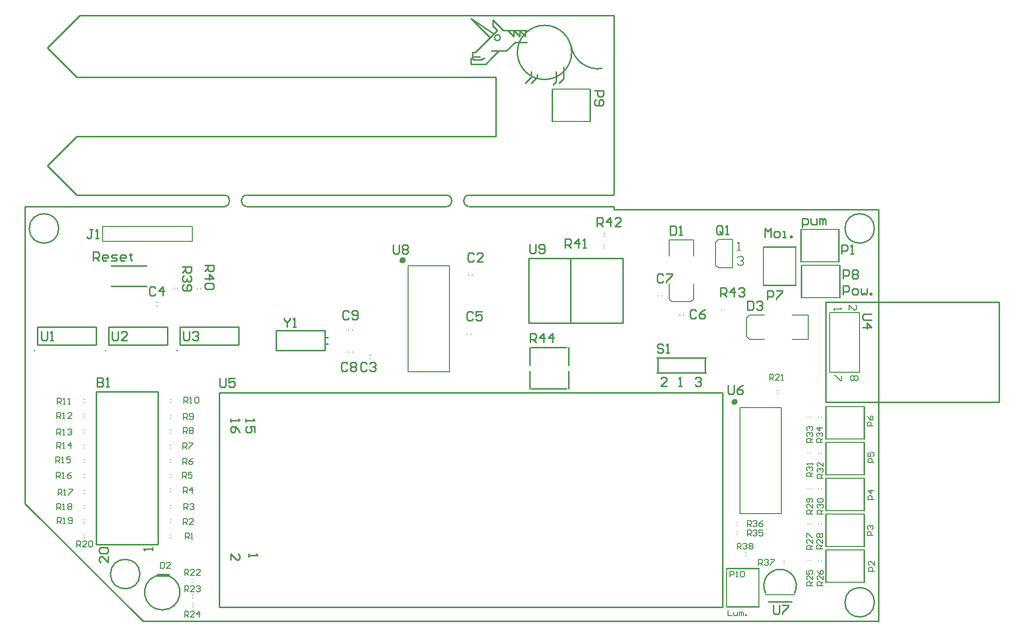
<source format=gto>
%FSLAX25Y25*%
%MOIN*%
G70*
G01*
G75*
G04 Layer_Color=65535*
%ADD10R,0.12992X0.09449*%
%ADD11R,0.02362X0.06102*%
%ADD12R,0.03937X0.04331*%
%ADD13R,0.04331X0.03937*%
%ADD14R,0.07874X0.02362*%
%ADD15R,0.24016X0.40000*%
%ADD16R,0.09449X0.12992*%
%ADD17R,0.11811X0.09055*%
%ADD18R,0.07874X0.02756*%
%ADD19C,0.01000*%
%ADD20C,0.05906*%
%ADD21C,0.27559*%
%ADD22C,0.01575*%
%ADD23C,0.01969*%
%ADD24C,0.02756*%
%ADD25C,0.03937*%
%ADD26C,0.07874*%
%ADD27C,0.06299*%
%ADD28R,0.06299X0.06299*%
%ADD29O,0.07874X0.04331*%
%ADD30O,0.03937X0.07874*%
%ADD31C,0.05906*%
%ADD32R,0.05906X0.05906*%
%ADD33C,0.01969*%
%ADD34C,0.04724*%
%ADD35C,0.09843*%
%ADD36R,0.06299X0.06299*%
%ADD37R,0.05906X0.05906*%
%ADD38O,0.07874X0.03937*%
%ADD39O,0.07874X0.03937*%
%ADD40C,0.08661*%
%ADD41C,0.07087*%
%ADD42O,0.05906X0.02953*%
%ADD43C,0.05000*%
%ADD44C,0.03543*%
%ADD45C,0.02756*%
%ADD46C,0.06693*%
%ADD47C,0.00787*%
%ADD48C,0.00394*%
%ADD49C,0.00800*%
%ADD50C,0.00591*%
D19*
X87125Y30164D02*
G03*
X96312Y30182I4614J-10872D01*
G01*
X514764Y18898D02*
G03*
X495276Y18898I-9744J4860D01*
G01*
X365158Y385827D02*
G03*
X385827Y370079I18209J2461D01*
G01*
X365590Y380906D02*
G03*
X365590Y380906I-18149J0D01*
G01*
X317913Y390748D02*
G03*
X317913Y390748I-1969J0D01*
G01*
X6319Y181102D02*
G03*
X6319Y181102I-20J0D01*
G01*
X53957Y181102D02*
G03*
X53957Y181102I-20J0D01*
G01*
X101594D02*
G03*
X101594Y181102I-20J0D01*
G01*
X76772Y31496D02*
G03*
X76772Y31496I-9843J0D01*
G01*
X22441Y262992D02*
G03*
X22441Y262992I-9843J0D01*
G01*
X568110D02*
G03*
X568110Y262992I-9843J0D01*
G01*
Y12598D02*
G03*
X568110Y12598I-9843J0D01*
G01*
X377953Y334646D02*
Y356299D01*
X352362Y334646D02*
Y356299D01*
X87125Y30209D02*
X96312D01*
X88189Y31496D02*
X96063D01*
X497244Y12992D02*
X512992D01*
X298228Y403543D02*
X313673Y393247D01*
X298228Y403543D02*
X311024Y390748D01*
Y390748D02*
Y390748D01*
X651575Y146555D02*
Y213583D01*
X535433D02*
X651575D01*
X535433Y146555D02*
Y213583D01*
Y146555D02*
X651575D01*
X338583Y360236D02*
X342520Y364173D01*
Y366142D01*
X334646Y360236D02*
X338583Y364173D01*
Y368110D01*
X357283Y360236D02*
X360236Y363189D01*
Y371063D01*
X353346Y359252D02*
X355315Y361221D01*
Y368110D01*
X316929Y381890D02*
X321850D01*
X312008D02*
X316929D01*
X312008Y376969D02*
X316929Y381890D01*
X327756Y387795D02*
X335630D01*
X321850Y381890D02*
X327756Y387795D01*
X306102Y376969D02*
X307087D01*
X305118Y375984D02*
X306102Y376969D01*
X300197Y375984D02*
X305118D01*
X299213Y376969D02*
X300197Y375984D01*
X298228Y376969D02*
X299213D01*
X298228Y373031D02*
Y376969D01*
X308071Y373031D02*
X312008Y376969D01*
X298228Y373031D02*
X308071D01*
X334646Y391732D02*
Y395669D01*
X330709D02*
X334646Y391732D01*
X330709D02*
Y395669D01*
X326772D02*
X330709Y391732D01*
X326772D02*
Y395669D01*
X322835D02*
X326772Y391732D01*
X312008Y376969D02*
Y376969D01*
X299213Y377953D02*
X304134D01*
X299213D02*
Y380906D01*
X301181D01*
X315945Y395669D01*
X312992Y398622D02*
X315945Y395669D01*
X312992Y398622D02*
Y402559D01*
X319882Y395669D02*
X324803D01*
X312992Y402559D02*
X319882Y395669D01*
X324803D02*
X335630D01*
X8268Y196850D02*
X47638D01*
Y185039D02*
Y196850D01*
X8268Y185039D02*
X47638D01*
X8268D02*
Y196850D01*
X55905Y196850D02*
X95276D01*
Y185039D02*
Y196850D01*
X55905Y185039D02*
X95276D01*
X55905D02*
Y196850D01*
X103543D02*
X142913D01*
Y185039D02*
Y196850D01*
X103543Y185039D02*
X142913D01*
X103543D02*
Y196850D01*
X337402Y155610D02*
Y167323D01*
X363386Y155512D02*
Y167323D01*
X337402Y171260D02*
Y183169D01*
X363386Y171260D02*
Y183169D01*
X338583Y155610D02*
X362205D01*
X338583Y183169D02*
X362205D01*
X544685Y216535D02*
Y238189D01*
X519095Y216535D02*
Y238189D01*
X544291Y240551D02*
Y262205D01*
X518701Y240551D02*
Y262205D01*
X493701Y250591D02*
X515354D01*
X493701Y225000D02*
X515354D01*
X469291Y9646D02*
X490945D01*
X469291Y35236D02*
X490945D01*
X561221Y50000D02*
Y71653D01*
X535630Y50000D02*
Y71653D01*
X561221Y25984D02*
Y47638D01*
X535630Y25984D02*
Y47638D01*
X561221Y74016D02*
Y95669D01*
X535630Y74016D02*
Y95669D01*
X561221Y98032D02*
Y119685D01*
X535630Y98032D02*
Y119685D01*
X561221Y122047D02*
Y143701D01*
X535630Y122047D02*
Y143701D01*
X399764Y199606D02*
Y242913D01*
X337008D02*
X399764D01*
X337008Y199606D02*
X399764D01*
X337008D02*
Y242913D01*
X364764Y199606D02*
Y242913D01*
X422402Y166339D02*
X455551D01*
X423228D02*
Y176181D01*
X422402D02*
X455551D01*
X454724Y166339D02*
Y176181D01*
X57480Y237992D02*
X81102D01*
X57480Y224213D02*
X81102D01*
X466378Y9449D02*
Y153150D01*
X129764D02*
X466378D01*
X129764Y9449D02*
X466378D01*
X129764Y9449D02*
Y153150D01*
X47638Y51181D02*
X88976D01*
X47638D02*
Y153543D01*
X88976D01*
Y51181D02*
Y153543D01*
X167717Y181299D02*
Y194685D01*
X200394Y189961D02*
X202362D01*
X200394Y185787D02*
X202362D01*
X167913Y181299D02*
X200394D01*
X167913Y194685D02*
X200394D01*
Y184646D02*
Y191339D01*
Y181299D02*
Y184646D01*
Y191339D02*
Y194685D01*
X470300Y157998D02*
Y153000D01*
X471300Y152000D01*
X473299D01*
X474299Y153000D01*
Y157998D01*
X480297D02*
X478297Y156998D01*
X476298Y154999D01*
Y153000D01*
X477298Y152000D01*
X479297D01*
X480297Y153000D01*
Y153999D01*
X479297Y154999D01*
X476298D01*
X337900Y186700D02*
Y192698D01*
X340899D01*
X341899Y191698D01*
Y189699D01*
X340899Y188699D01*
X337900D01*
X339899D02*
X341899Y186700D01*
X346897D02*
Y192698D01*
X343898Y189699D01*
X347897D01*
X352895Y186700D02*
Y192698D01*
X349896Y189699D01*
X353895D01*
X566037Y205709D02*
X561039D01*
X560039Y204709D01*
Y202710D01*
X561039Y201710D01*
X566037D01*
X560039Y196712D02*
X566037D01*
X563038Y199711D01*
Y195712D01*
X173228Y202849D02*
Y201849D01*
X175228Y199849D01*
X177227Y201849D01*
Y202849D01*
X175228Y199849D02*
Y196850D01*
X179226D02*
X181226D01*
X180226D01*
Y202849D01*
X179226Y201849D01*
X337500Y252398D02*
Y247400D01*
X338500Y246400D01*
X340499D01*
X341499Y247400D01*
Y252398D01*
X343498Y247400D02*
X344498Y246400D01*
X346497D01*
X347497Y247400D01*
Y251398D01*
X346497Y252398D01*
X344498D01*
X343498Y251398D01*
Y250399D01*
X344498Y249399D01*
X347497D01*
X246063Y252061D02*
Y247063D01*
X247063Y246063D01*
X249062D01*
X250062Y247063D01*
Y252061D01*
X252061Y251061D02*
X253061Y252061D01*
X255060D01*
X256060Y251061D01*
Y250062D01*
X255060Y249062D01*
X256060Y248062D01*
Y247063D01*
X255060Y246063D01*
X253061D01*
X252061Y247063D01*
Y248062D01*
X253061Y249062D01*
X252061Y250062D01*
Y251061D01*
X253061Y249062D02*
X255060D01*
X500394Y10723D02*
Y5724D01*
X501393Y4724D01*
X503393D01*
X504392Y5724D01*
Y10723D01*
X506392D02*
X510391D01*
Y9723D01*
X506392Y5724D01*
Y4724D01*
X130300Y162598D02*
Y157600D01*
X131300Y156600D01*
X133299D01*
X134299Y157600D01*
Y162598D01*
X140297D02*
X136298D01*
Y159599D01*
X138297Y160599D01*
X139297D01*
X140297Y159599D01*
Y157600D01*
X139297Y156600D01*
X137298D01*
X136298Y157600D01*
X105709Y193990D02*
Y188992D01*
X106708Y187992D01*
X108708D01*
X109707Y188992D01*
Y193990D01*
X111707Y192991D02*
X112706Y193990D01*
X114706D01*
X115705Y192991D01*
Y191991D01*
X114706Y190991D01*
X113706D01*
X114706D01*
X115705Y189991D01*
Y188992D01*
X114706Y187992D01*
X112706D01*
X111707Y188992D01*
X58071Y193990D02*
Y188992D01*
X59071Y187992D01*
X61070D01*
X62070Y188992D01*
Y193990D01*
X68068Y187992D02*
X64069D01*
X68068Y191991D01*
Y192991D01*
X67068Y193990D01*
X65069D01*
X64069Y192991D01*
X10827Y193990D02*
Y188992D01*
X11826Y187992D01*
X13826D01*
X14826Y188992D01*
Y193990D01*
X16825Y187992D02*
X18824D01*
X17824D01*
Y193990D01*
X16825Y192991D01*
X426899Y184698D02*
X425899Y185698D01*
X423900D01*
X422900Y184698D01*
Y183699D01*
X423900Y182699D01*
X425899D01*
X426899Y181699D01*
Y180700D01*
X425899Y179700D01*
X423900D01*
X422900Y180700D01*
X428898Y179700D02*
X430897D01*
X429898D01*
Y185698D01*
X428898Y184698D01*
X45500Y241500D02*
Y247498D01*
X48499D01*
X49499Y246498D01*
Y244499D01*
X48499Y243499D01*
X45500D01*
X47499D02*
X49499Y241500D01*
X54497D02*
X52498D01*
X51498Y242500D01*
Y244499D01*
X52498Y245499D01*
X54497D01*
X55497Y244499D01*
Y243499D01*
X51498D01*
X57496Y241500D02*
X60495D01*
X61495Y242500D01*
X60495Y243499D01*
X58496D01*
X57496Y244499D01*
X58496Y245499D01*
X61495D01*
X66493Y241500D02*
X64494D01*
X63494Y242500D01*
Y244499D01*
X64494Y245499D01*
X66493D01*
X67493Y244499D01*
Y243499D01*
X63494D01*
X70492Y246498D02*
Y245499D01*
X69492D01*
X71492D01*
X70492D01*
Y242500D01*
X71492Y241500D01*
X465200Y217400D02*
Y223398D01*
X468199D01*
X469199Y222398D01*
Y220399D01*
X468199Y219399D01*
X465200D01*
X467199D02*
X469199Y217400D01*
X474197D02*
Y223398D01*
X471198Y220399D01*
X475197D01*
X477196Y222398D02*
X478196Y223398D01*
X480195D01*
X481195Y222398D01*
Y221399D01*
X480195Y220399D01*
X479195D01*
X480195D01*
X481195Y219399D01*
Y218400D01*
X480195Y217400D01*
X478196D01*
X477196Y218400D01*
X382500Y264200D02*
Y270198D01*
X385499D01*
X386499Y269198D01*
Y267199D01*
X385499Y266199D01*
X382500D01*
X384499D02*
X386499Y264200D01*
X391497D02*
Y270198D01*
X388498Y267199D01*
X392497D01*
X398495Y264200D02*
X394496D01*
X398495Y268199D01*
Y269198D01*
X397495Y270198D01*
X395496D01*
X394496Y269198D01*
X361221Y250000D02*
Y255998D01*
X364219D01*
X365219Y254998D01*
Y252999D01*
X364219Y251999D01*
X361221D01*
X363220D02*
X365219Y250000D01*
X370218D02*
Y255998D01*
X367218Y252999D01*
X371217D01*
X373217Y250000D02*
X375216D01*
X374216D01*
Y255998D01*
X373217Y254998D01*
X120079Y238189D02*
X126077D01*
Y235190D01*
X125077Y234190D01*
X123078D01*
X122078Y235190D01*
Y238189D01*
Y236190D02*
X120079Y234190D01*
Y229192D02*
X126077D01*
X123078Y232191D01*
Y228192D01*
X125077Y226193D02*
X126077Y225193D01*
Y223194D01*
X125077Y222194D01*
X121078D01*
X120079Y223194D01*
Y225193D01*
X121078Y226193D01*
X125077D01*
X105315Y237205D02*
X111313D01*
Y234206D01*
X110313Y233206D01*
X108314D01*
X107314Y234206D01*
Y237205D01*
Y235205D02*
X105315Y233206D01*
X110313Y231207D02*
X111313Y230207D01*
Y228208D01*
X110313Y227208D01*
X109314D01*
X108314Y228208D01*
Y229207D01*
Y228208D01*
X107314Y227208D01*
X106315D01*
X105315Y228208D01*
Y230207D01*
X106315Y231207D01*
Y225209D02*
X105315Y224209D01*
Y222210D01*
X106315Y221210D01*
X110313D01*
X111313Y222210D01*
Y224209D01*
X110313Y225209D01*
X109314D01*
X108314Y224209D01*
Y221210D01*
X466599Y259900D02*
Y263898D01*
X465599Y264898D01*
X463600D01*
X462600Y263898D01*
Y259900D01*
X463600Y258900D01*
X465599D01*
X464599Y260899D02*
X466599Y258900D01*
X465599D02*
X466599Y259900D01*
X468598Y258900D02*
X470597D01*
X469598D01*
Y264898D01*
X468598Y263898D01*
X380906Y355315D02*
X386904D01*
Y352316D01*
X385904Y351316D01*
X383905D01*
X382905Y352316D01*
Y355315D01*
X381905Y349317D02*
X380906Y348317D01*
Y346318D01*
X381905Y345318D01*
X385904D01*
X386904Y346318D01*
Y348317D01*
X385904Y349317D01*
X384904D01*
X383905Y348317D01*
Y345318D01*
X547244Y229331D02*
Y235329D01*
X550243D01*
X551243Y234329D01*
Y232330D01*
X550243Y231330D01*
X547244D01*
X553242Y234329D02*
X554242Y235329D01*
X556241D01*
X557241Y234329D01*
Y233329D01*
X556241Y232330D01*
X557241Y231330D01*
Y230330D01*
X556241Y229331D01*
X554242D01*
X553242Y230330D01*
Y231330D01*
X554242Y232330D01*
X553242Y233329D01*
Y234329D01*
X554242Y232330D02*
X556241D01*
X496457Y215354D02*
Y221352D01*
X499456D01*
X500455Y220353D01*
Y218353D01*
X499456Y217354D01*
X496457D01*
X502455Y221352D02*
X506454D01*
Y220353D01*
X502455Y216354D01*
Y215354D01*
X546260Y246063D02*
Y252061D01*
X549259D01*
X550259Y251061D01*
Y249062D01*
X549259Y248062D01*
X546260D01*
X552258Y246063D02*
X554257D01*
X553258D01*
Y252061D01*
X552258Y251061D01*
X45337Y262297D02*
X43338D01*
X44338D01*
Y257299D01*
X43338Y256299D01*
X42338D01*
X41339Y257299D01*
X47337Y256299D02*
X49336D01*
X48336D01*
Y262297D01*
X47337Y261298D01*
X483200Y214298D02*
Y208300D01*
X486199D01*
X487199Y209300D01*
Y213298D01*
X486199Y214298D01*
X483200D01*
X489198Y213298D02*
X490198Y214298D01*
X492197D01*
X493197Y213298D01*
Y212299D01*
X492197Y211299D01*
X491197D01*
X492197D01*
X493197Y210299D01*
Y209300D01*
X492197Y208300D01*
X490198D01*
X489198Y209300D01*
X431500Y264598D02*
Y258600D01*
X434499D01*
X435499Y259600D01*
Y263598D01*
X434499Y264598D01*
X431500D01*
X437498Y258600D02*
X439497D01*
X438498D01*
Y264598D01*
X437498Y263598D01*
X216400Y207164D02*
X215401Y208163D01*
X213401D01*
X212402Y207164D01*
Y203165D01*
X213401Y202165D01*
X215401D01*
X216400Y203165D01*
X218400D02*
X219399Y202165D01*
X221399D01*
X222398Y203165D01*
Y207164D01*
X221399Y208163D01*
X219399D01*
X218400Y207164D01*
Y206164D01*
X219399Y205164D01*
X222398D01*
X215613Y172321D02*
X214613Y173321D01*
X212614D01*
X211614Y172321D01*
Y168323D01*
X212614Y167323D01*
X214613D01*
X215613Y168323D01*
X217612Y172321D02*
X218612Y173321D01*
X220611D01*
X221611Y172321D01*
Y171321D01*
X220611Y170322D01*
X221611Y169322D01*
Y168323D01*
X220611Y167323D01*
X218612D01*
X217612Y168323D01*
Y169322D01*
X218612Y170322D01*
X217612Y171321D01*
Y172321D01*
X218612Y170322D02*
X220611D01*
X426799Y231798D02*
X425799Y232798D01*
X423800D01*
X422800Y231798D01*
Y227800D01*
X423800Y226800D01*
X425799D01*
X426799Y227800D01*
X428798Y232798D02*
X432797D01*
Y231798D01*
X428798Y227800D01*
Y226800D01*
X448881Y207754D02*
X447881Y208754D01*
X445882D01*
X444882Y207754D01*
Y203756D01*
X445882Y202756D01*
X447881D01*
X448881Y203756D01*
X454879Y208754D02*
X452879Y207754D01*
X450880Y205755D01*
Y203756D01*
X451880Y202756D01*
X453879D01*
X454879Y203756D01*
Y204755D01*
X453879Y205755D01*
X450880D01*
X299499Y206198D02*
X298499Y207198D01*
X296500D01*
X295500Y206198D01*
Y202200D01*
X296500Y201200D01*
X298499D01*
X299499Y202200D01*
X305497Y207198D02*
X301498D01*
Y204199D01*
X303497Y205199D01*
X304497D01*
X305497Y204199D01*
Y202200D01*
X304497Y201200D01*
X302498D01*
X301498Y202200D01*
X87099Y222998D02*
X86099Y223998D01*
X84100D01*
X83100Y222998D01*
Y219000D01*
X84100Y218000D01*
X86099D01*
X87099Y219000D01*
X92097Y218000D02*
Y223998D01*
X89098Y220999D01*
X93097D01*
X228408Y172321D02*
X227409Y173321D01*
X225409D01*
X224410Y172321D01*
Y168323D01*
X225409Y167323D01*
X227409D01*
X228408Y168323D01*
X230408Y172321D02*
X231407Y173321D01*
X233406D01*
X234406Y172321D01*
Y171321D01*
X233406Y170322D01*
X232407D01*
X233406D01*
X234406Y169322D01*
Y168323D01*
X233406Y167323D01*
X231407D01*
X230408Y168323D01*
X300299Y245598D02*
X299299Y246598D01*
X297300D01*
X296300Y245598D01*
Y241600D01*
X297300Y240600D01*
X299299D01*
X300299Y241600D01*
X306297Y240600D02*
X302298D01*
X306297Y244599D01*
Y245598D01*
X305297Y246598D01*
X303298D01*
X302298Y245598D01*
X48100Y162998D02*
Y157000D01*
X51099D01*
X52099Y158000D01*
Y158999D01*
X51099Y159999D01*
X48100D01*
X51099D01*
X52099Y160999D01*
Y161998D01*
X51099Y162998D01*
X48100D01*
X54098Y157000D02*
X56097D01*
X55098D01*
Y162998D01*
X54098Y161998D01*
X547244Y218504D02*
Y224502D01*
X550243D01*
X551243Y223502D01*
Y221503D01*
X550243Y220503D01*
X547244D01*
X554242Y218504D02*
X556241D01*
X557241Y219504D01*
Y221503D01*
X556241Y222503D01*
X554242D01*
X553242Y221503D01*
Y219504D01*
X554242Y218504D01*
X559240Y222503D02*
Y219504D01*
X560240Y218504D01*
X561240Y219504D01*
X562239Y218504D01*
X563239Y219504D01*
Y222503D01*
X565238Y218504D02*
Y219504D01*
X566238D01*
Y218504D01*
X565238D01*
X519685Y263749D02*
Y269747D01*
X522684D01*
X523684Y268747D01*
Y266748D01*
X522684Y265748D01*
X519685D01*
X525683Y269747D02*
Y266748D01*
X526683Y265748D01*
X529682D01*
Y269747D01*
X531681Y265748D02*
Y269747D01*
X532681D01*
X533680Y268747D01*
Y265748D01*
Y268747D01*
X534680Y269747D01*
X535680Y268747D01*
Y265748D01*
X494882Y257087D02*
Y263085D01*
X496881Y261085D01*
X498881Y263085D01*
Y257087D01*
X501880D02*
X503879D01*
X504879Y258086D01*
Y260086D01*
X503879Y261085D01*
X501880D01*
X500880Y260086D01*
Y258086D01*
X501880Y257087D01*
X506878D02*
X508877D01*
X507878D01*
Y261085D01*
X506878D01*
X511876Y257087D02*
Y258086D01*
X512876D01*
Y257087D01*
X511876D01*
X429196Y157480D02*
X425197D01*
X429196Y161479D01*
Y162479D01*
X428196Y163478D01*
X426196D01*
X425197Y162479D01*
X437193Y157480D02*
X439192D01*
X438193D01*
Y163478D01*
X437193Y162479D01*
X448189D02*
X449189Y163478D01*
X451188D01*
X452188Y162479D01*
Y161479D01*
X451188Y160479D01*
X450189D01*
X451188D01*
X452188Y159480D01*
Y158480D01*
X451188Y157480D01*
X449189D01*
X448189Y158480D01*
X149449Y44882D02*
Y42882D01*
Y43882D01*
X155447D01*
X154447Y44882D01*
X137638Y40883D02*
Y44882D01*
X141637Y40883D01*
X142636D01*
X143636Y41883D01*
Y43882D01*
X142636Y44882D01*
X147480Y135433D02*
Y133434D01*
Y134433D01*
X153478D01*
X152479Y135433D01*
X153478Y126436D02*
Y130435D01*
X150479D01*
X151479Y128435D01*
Y127436D01*
X150479Y126436D01*
X148480D01*
X147480Y127436D01*
Y129435D01*
X148480Y130435D01*
X137638Y135433D02*
Y133434D01*
Y134433D01*
X143636D01*
X142636Y135433D01*
X143636Y126436D02*
X142636Y128435D01*
X140637Y130435D01*
X138637D01*
X137638Y129435D01*
Y127436D01*
X138637Y126436D01*
X139637D01*
X140637Y127436D01*
Y130435D01*
X85039Y47244D02*
Y49243D01*
Y48244D01*
X79041D01*
X80041Y47244D01*
X55512Y43369D02*
Y39370D01*
X51513Y43369D01*
X50513D01*
X49514Y42369D01*
Y40370D01*
X50513Y39370D01*
Y45368D02*
X49514Y46368D01*
Y48367D01*
X50513Y49367D01*
X54512D01*
X55512Y48367D01*
Y46368D01*
X54512Y45368D01*
X50513D01*
X133388Y277593D02*
G03*
X133893Y285299I-514J3903D01*
G01*
X148108Y285399D02*
G03*
X147603Y277693I514J-3903D01*
G01*
X296764Y285399D02*
G03*
X296259Y277693I514J-3903D01*
G01*
X282044Y277593D02*
G03*
X282549Y285299I-514J3903D01*
G01*
X-0Y78740D02*
Y277559D01*
Y78740D02*
X78740Y0D01*
X570866D01*
Y275590D01*
X570866Y275590D02*
X570866Y275590D01*
X393701Y275590D02*
X570866D01*
X393701D02*
Y277559D01*
X393667Y277593D02*
X393701Y277559D01*
X296730Y277593D02*
X393667D01*
X296730Y285399D02*
X393667D01*
X393701Y285433D01*
Y405512D01*
X36417D02*
X393701D01*
X14764Y383858D02*
X36417Y405512D01*
X14764Y383858D02*
X34449Y364173D01*
X314961D01*
Y324803D02*
Y364173D01*
X34449Y324803D02*
X314961D01*
X14764Y305118D02*
X34449Y324803D01*
X14764Y305118D02*
X34449Y285433D01*
X133800D01*
X34Y277593D02*
X133388D01*
X-0Y277559D02*
X34Y277593D01*
X148108Y285399D02*
X282456D01*
X148108Y277593D02*
X282010D01*
D25*
X474606Y146850D02*
G03*
X474606Y146850I-197J0D01*
G01*
X252559Y241732D02*
G03*
X252559Y241732I-197J0D01*
G01*
D47*
X352362Y334646D02*
X377953D01*
X352362Y356299D02*
X377953D01*
X495276Y17539D02*
X514764D01*
X538307Y166772D02*
Y206772D01*
X558307Y166772D02*
Y206772D01*
X538307D02*
X558307D01*
X538307Y166772D02*
X558307D01*
X478346Y71988D02*
Y143091D01*
X505905Y71988D02*
Y143091D01*
X478346D02*
X505905D01*
X478346Y72047D02*
X505905Y71988D01*
X519095Y216535D02*
X544685D01*
X519095Y238189D02*
X544685D01*
X518701Y240551D02*
X544291D01*
X518701Y262205D02*
X544291D01*
X515354Y225000D02*
Y250591D01*
X493701Y225000D02*
Y250591D01*
X51693Y254449D02*
Y264449D01*
X111693Y254449D02*
Y264449D01*
X51693Y254449D02*
X111693D01*
X51693Y264449D02*
X111693D01*
X469291Y9646D02*
Y35236D01*
X490945Y9646D02*
Y35236D01*
X535630Y50000D02*
X561221D01*
X535630Y71653D02*
X561221D01*
X535630Y25984D02*
X561221D01*
X535630Y47638D02*
X561221D01*
X535630Y74016D02*
X561221D01*
X535630Y95669D02*
X561221D01*
X535630Y98032D02*
X561221D01*
X535630Y119685D02*
X561221D01*
X535630Y122047D02*
X561221D01*
X535630Y143701D02*
X561221D01*
X447047Y215650D02*
Y225886D01*
X432677Y213878D02*
X445276D01*
X430905Y255217D02*
X447047D01*
X430905Y244587D02*
Y255217D01*
X447047Y244587D02*
Y255217D01*
X445276Y213878D02*
X447067Y215650D01*
X430905D02*
X432677Y213878D01*
X430905Y215650D02*
Y225886D01*
X461969Y238307D02*
X463701Y236575D01*
X461969Y253819D02*
X463701Y255551D01*
Y255512D02*
X473071D01*
X463701Y236614D02*
X473071D01*
X461969Y238307D02*
Y253819D01*
X473071Y236614D02*
Y255512D01*
X484350Y188779D02*
X494587D01*
X482579Y190551D02*
Y203150D01*
X523917Y188779D02*
Y204921D01*
X513287D02*
X523917D01*
X513287Y188779D02*
X523917D01*
X482579Y190551D02*
X484350Y188760D01*
X482579Y203150D02*
X484350Y204921D01*
X494587D01*
X256299Y166929D02*
X283858Y166870D01*
X256299Y237972D02*
X283858D01*
Y166870D02*
Y237972D01*
X256299Y166870D02*
Y237972D01*
X476378Y48228D02*
Y52164D01*
X478346D01*
X479002Y51508D01*
Y50196D01*
X478346Y49540D01*
X476378D01*
X477690D02*
X479002Y48228D01*
X480314Y51508D02*
X480970Y52164D01*
X482282D01*
X482937Y51508D01*
Y50852D01*
X482282Y50196D01*
X481626D01*
X482282D01*
X482937Y49540D01*
Y48884D01*
X482282Y48228D01*
X480970D01*
X480314Y48884D01*
X484249Y51508D02*
X484905Y52164D01*
X486217D01*
X486873Y51508D01*
Y50852D01*
X486217Y50196D01*
X486873Y49540D01*
Y48884D01*
X486217Y48228D01*
X484905D01*
X484249Y48884D01*
Y49540D01*
X484905Y50196D01*
X484249Y50852D01*
Y51508D01*
X484905Y50196D02*
X486217D01*
X490551Y37402D02*
Y41337D01*
X492519D01*
X493175Y40681D01*
Y39369D01*
X492519Y38713D01*
X490551D01*
X491863D02*
X493175Y37402D01*
X494487Y40681D02*
X495143Y41337D01*
X496455D01*
X497111Y40681D01*
Y40025D01*
X496455Y39369D01*
X495799D01*
X496455D01*
X497111Y38713D01*
Y38058D01*
X496455Y37402D01*
X495143D01*
X494487Y38058D01*
X498423Y41337D02*
X501047D01*
Y40681D01*
X498423Y38058D01*
Y37402D01*
X483071Y63386D02*
Y67322D01*
X485039D01*
X485695Y66666D01*
Y65354D01*
X485039Y64698D01*
X483071D01*
X484383D02*
X485695Y63386D01*
X487007Y66666D02*
X487663Y67322D01*
X488975D01*
X489630Y66666D01*
Y66010D01*
X488975Y65354D01*
X488318D01*
X488975D01*
X489630Y64698D01*
Y64042D01*
X488975Y63386D01*
X487663D01*
X487007Y64042D01*
X493566Y67322D02*
X492254Y66666D01*
X490942Y65354D01*
Y64042D01*
X491598Y63386D01*
X492910D01*
X493566Y64042D01*
Y64698D01*
X492910Y65354D01*
X490942D01*
X483071Y57087D02*
Y61022D01*
X485039D01*
X485695Y60366D01*
Y59054D01*
X485039Y58398D01*
X483071D01*
X484383D02*
X485695Y57087D01*
X487007Y60366D02*
X487663Y61022D01*
X488975D01*
X489630Y60366D01*
Y59710D01*
X488975Y59054D01*
X488318D01*
X488975D01*
X489630Y58398D01*
Y57743D01*
X488975Y57087D01*
X487663D01*
X487007Y57743D01*
X493566Y61022D02*
X490942D01*
Y59054D01*
X492254Y59710D01*
X492910D01*
X493566Y59054D01*
Y57743D01*
X492910Y57087D01*
X491598D01*
X490942Y57743D01*
X533465Y119587D02*
X529529D01*
Y121555D01*
X530185Y122210D01*
X531497D01*
X532153Y121555D01*
Y119587D01*
Y120898D02*
X533465Y122210D01*
X530185Y123522D02*
X529529Y124178D01*
Y125490D01*
X530185Y126146D01*
X530841D01*
X531497Y125490D01*
Y124834D01*
Y125490D01*
X532153Y126146D01*
X532809D01*
X533465Y125490D01*
Y124178D01*
X532809Y123522D01*
X533465Y129426D02*
X529529D01*
X531497Y127458D01*
Y130082D01*
X526772Y119685D02*
X522836D01*
Y121653D01*
X523492Y122309D01*
X524804D01*
X525460Y121653D01*
Y119685D01*
Y120997D02*
X526772Y122309D01*
X523492Y123621D02*
X522836Y124277D01*
Y125589D01*
X523492Y126245D01*
X524148D01*
X524804Y125589D01*
Y124933D01*
Y125589D01*
X525460Y126245D01*
X526116D01*
X526772Y125589D01*
Y124277D01*
X526116Y123621D01*
X523492Y127557D02*
X522836Y128212D01*
Y129524D01*
X523492Y130180D01*
X524148D01*
X524804Y129524D01*
Y128868D01*
Y129524D01*
X525460Y130180D01*
X526116D01*
X526772Y129524D01*
Y128212D01*
X526116Y127557D01*
X533858Y95669D02*
X529922D01*
Y97637D01*
X530579Y98293D01*
X531890D01*
X532546Y97637D01*
Y95669D01*
Y96981D02*
X533858Y98293D01*
X530579Y99605D02*
X529922Y100261D01*
Y101573D01*
X530579Y102229D01*
X531234D01*
X531890Y101573D01*
Y100917D01*
Y101573D01*
X532546Y102229D01*
X533202D01*
X533858Y101573D01*
Y100261D01*
X533202Y99605D01*
X533858Y106165D02*
Y103541D01*
X531234Y106165D01*
X530579D01*
X529922Y105509D01*
Y104197D01*
X530579Y103541D01*
X526772Y96850D02*
X522836D01*
Y98818D01*
X523492Y99474D01*
X524804D01*
X525460Y98818D01*
Y96850D01*
Y98162D02*
X526772Y99474D01*
X523492Y100786D02*
X522836Y101442D01*
Y102754D01*
X523492Y103410D01*
X524148D01*
X524804Y102754D01*
Y102098D01*
Y102754D01*
X525460Y103410D01*
X526116D01*
X526772Y102754D01*
Y101442D01*
X526116Y100786D01*
X526772Y104722D02*
Y106034D01*
Y105378D01*
X522836D01*
X523492Y104722D01*
X533858Y71653D02*
X529922D01*
Y73621D01*
X530579Y74277D01*
X531890D01*
X532546Y73621D01*
Y71653D01*
Y72966D02*
X533858Y74277D01*
X530579Y75589D02*
X529922Y76245D01*
Y77557D01*
X530579Y78213D01*
X531234D01*
X531890Y77557D01*
Y76901D01*
Y77557D01*
X532546Y78213D01*
X533202D01*
X533858Y77557D01*
Y76245D01*
X533202Y75589D01*
X530579Y79525D02*
X529922Y80181D01*
Y81493D01*
X530579Y82149D01*
X533202D01*
X533858Y81493D01*
Y80181D01*
X533202Y79525D01*
X530579D01*
X526772Y71653D02*
X522836D01*
Y73621D01*
X523492Y74277D01*
X524804D01*
X525460Y73621D01*
Y71653D01*
Y72966D02*
X526772Y74277D01*
Y78213D02*
Y75589D01*
X524148Y78213D01*
X523492D01*
X522836Y77557D01*
Y76245D01*
X523492Y75589D01*
X526116Y79525D02*
X526772Y80181D01*
Y81493D01*
X526116Y82149D01*
X523492D01*
X522836Y81493D01*
Y80181D01*
X523492Y79525D01*
X524148D01*
X524804Y80181D01*
Y82149D01*
X533465Y48228D02*
X529529D01*
Y50196D01*
X530185Y50852D01*
X531497D01*
X532153Y50196D01*
Y48228D01*
Y49540D02*
X533465Y50852D01*
Y54788D02*
Y52164D01*
X530841Y54788D01*
X530185D01*
X529529Y54132D01*
Y52820D01*
X530185Y52164D01*
Y56100D02*
X529529Y56756D01*
Y58068D01*
X530185Y58724D01*
X530841D01*
X531497Y58068D01*
X532153Y58724D01*
X532809D01*
X533465Y58068D01*
Y56756D01*
X532809Y56100D01*
X532153D01*
X531497Y56756D01*
X530841Y56100D01*
X530185D01*
X531497Y56756D02*
Y58068D01*
X526772Y48031D02*
X522836D01*
Y49999D01*
X523492Y50655D01*
X524804D01*
X525460Y49999D01*
Y48031D01*
Y49343D02*
X526772Y50655D01*
Y54591D02*
Y51967D01*
X524148Y54591D01*
X523492D01*
X522836Y53935D01*
Y52623D01*
X523492Y51967D01*
X522836Y55903D02*
Y58527D01*
X523492D01*
X526116Y55903D01*
X526772D01*
X533858Y23622D02*
X529922D01*
Y25590D01*
X530579Y26246D01*
X531890D01*
X532546Y25590D01*
Y23622D01*
Y24934D02*
X533858Y26246D01*
Y30182D02*
Y27558D01*
X531234Y30182D01*
X530579D01*
X529922Y29526D01*
Y28214D01*
X530579Y27558D01*
X529922Y34117D02*
X530579Y32805D01*
X531890Y31493D01*
X533202D01*
X533858Y32149D01*
Y33461D01*
X533202Y34117D01*
X532546D01*
X531890Y33461D01*
Y31493D01*
X526772Y23622D02*
X522836D01*
Y25590D01*
X523492Y26246D01*
X524804D01*
X525460Y25590D01*
Y23622D01*
Y24934D02*
X526772Y26246D01*
Y30182D02*
Y27558D01*
X524148Y30182D01*
X523492D01*
X522836Y29526D01*
Y28214D01*
X523492Y27558D01*
X522836Y34117D02*
Y31493D01*
X524804D01*
X524148Y32805D01*
Y33461D01*
X524804Y34117D01*
X526116D01*
X526772Y33461D01*
Y32149D01*
X526116Y31493D01*
X106693Y2756D02*
Y6692D01*
X108661D01*
X109317Y6036D01*
Y4724D01*
X108661Y4068D01*
X106693D01*
X108005D02*
X109317Y2756D01*
X113252D02*
X110629D01*
X113252Y5380D01*
Y6036D01*
X112596Y6692D01*
X111285D01*
X110629Y6036D01*
X116532Y2756D02*
Y6692D01*
X114564Y4724D01*
X117188D01*
X106693Y19685D02*
Y23621D01*
X108661D01*
X109317Y22965D01*
Y21653D01*
X108661Y20997D01*
X106693D01*
X108005D02*
X109317Y19685D01*
X113252D02*
X110629D01*
X113252Y22309D01*
Y22965D01*
X112596Y23621D01*
X111285D01*
X110629Y22965D01*
X114564D02*
X115220Y23621D01*
X116532D01*
X117188Y22965D01*
Y22309D01*
X116532Y21653D01*
X115876D01*
X116532D01*
X117188Y20997D01*
Y20341D01*
X116532Y19685D01*
X115220D01*
X114564Y20341D01*
X106693Y30709D02*
Y34644D01*
X108661D01*
X109317Y33988D01*
Y32677D01*
X108661Y32021D01*
X106693D01*
X108005D02*
X109317Y30709D01*
X113252D02*
X110629D01*
X113252Y33332D01*
Y33988D01*
X112596Y34644D01*
X111285D01*
X110629Y33988D01*
X117188Y30709D02*
X114564D01*
X117188Y33332D01*
Y33988D01*
X116532Y34644D01*
X115220D01*
X114564Y33988D01*
X498032Y161417D02*
Y165353D01*
X499999D01*
X500655Y164697D01*
Y163385D01*
X499999Y162729D01*
X498032D01*
X499343D02*
X500655Y161417D01*
X504591D02*
X501967D01*
X504591Y164041D01*
Y164697D01*
X503935Y165353D01*
X502623D01*
X501967Y164697D01*
X505903Y161417D02*
X507215D01*
X506559D01*
Y165353D01*
X505903Y164697D01*
X34646Y49606D02*
Y53542D01*
X36614D01*
X37269Y52886D01*
Y51574D01*
X36614Y50918D01*
X34646D01*
X35958D02*
X37269Y49606D01*
X41205D02*
X38581D01*
X41205Y52230D01*
Y52886D01*
X40549Y53542D01*
X39237D01*
X38581Y52886D01*
X42517D02*
X43173Y53542D01*
X44485D01*
X45141Y52886D01*
Y50262D01*
X44485Y49606D01*
X43173D01*
X42517Y50262D01*
Y52886D01*
X21654Y65354D02*
Y69290D01*
X23621D01*
X24277Y68634D01*
Y67322D01*
X23621Y66666D01*
X21654D01*
X22965D02*
X24277Y65354D01*
X25589D02*
X26901D01*
X26245D01*
Y69290D01*
X25589Y68634D01*
X28869Y66010D02*
X29525Y65354D01*
X30837D01*
X31493Y66010D01*
Y68634D01*
X30837Y69290D01*
X29525D01*
X28869Y68634D01*
Y67978D01*
X29525Y67322D01*
X31493D01*
X21260Y74803D02*
Y78739D01*
X23228D01*
X23884Y78083D01*
Y76771D01*
X23228Y76115D01*
X21260D01*
X22572D02*
X23884Y74803D01*
X25196D02*
X26507D01*
X25852D01*
Y78739D01*
X25196Y78083D01*
X28475D02*
X29131Y78739D01*
X30443D01*
X31099Y78083D01*
Y77427D01*
X30443Y76771D01*
X31099Y76115D01*
Y75459D01*
X30443Y74803D01*
X29131D01*
X28475Y75459D01*
Y76115D01*
X29131Y76771D01*
X28475Y77427D01*
Y78083D01*
X29131Y76771D02*
X30443D01*
X22047Y84252D02*
Y88188D01*
X24015D01*
X24671Y87532D01*
Y86220D01*
X24015Y85564D01*
X22047D01*
X23359D02*
X24671Y84252D01*
X25983D02*
X27295D01*
X26639D01*
Y88188D01*
X25983Y87532D01*
X29263Y88188D02*
X31887D01*
Y87532D01*
X29263Y84908D01*
Y84252D01*
X20866Y95669D02*
Y99605D01*
X22834D01*
X23490Y98949D01*
Y97637D01*
X22834Y96981D01*
X20866D01*
X22178D02*
X23490Y95669D01*
X24802D02*
X26114D01*
X25458D01*
Y99605D01*
X24802Y98949D01*
X30705Y99605D02*
X29394Y98949D01*
X28082Y97637D01*
Y96325D01*
X28738Y95669D01*
X30049D01*
X30705Y96325D01*
Y96981D01*
X30049Y97637D01*
X28082D01*
X20472Y105905D02*
Y109841D01*
X22440D01*
X23096Y109185D01*
Y107873D01*
X22440Y107217D01*
X20472D01*
X21784D02*
X23096Y105905D01*
X24408D02*
X25720D01*
X25064D01*
Y109841D01*
X24408Y109185D01*
X30312Y109841D02*
X27688D01*
Y107873D01*
X29000Y108529D01*
X29656D01*
X30312Y107873D01*
Y106562D01*
X29656Y105905D01*
X28344D01*
X27688Y106562D01*
X21260Y115748D02*
Y119684D01*
X23228D01*
X23884Y119028D01*
Y117716D01*
X23228Y117060D01*
X21260D01*
X22572D02*
X23884Y115748D01*
X25196D02*
X26507D01*
X25852D01*
Y119684D01*
X25196Y119028D01*
X30443Y115748D02*
Y119684D01*
X28475Y117716D01*
X31099D01*
X21260Y124803D02*
Y128739D01*
X23228D01*
X23884Y128083D01*
Y126771D01*
X23228Y126115D01*
X21260D01*
X22572D02*
X23884Y124803D01*
X25196D02*
X26507D01*
X25852D01*
Y128739D01*
X25196Y128083D01*
X28475D02*
X29131Y128739D01*
X30443D01*
X31099Y128083D01*
Y127427D01*
X30443Y126771D01*
X29787D01*
X30443D01*
X31099Y126115D01*
Y125459D01*
X30443Y124803D01*
X29131D01*
X28475Y125459D01*
X21260Y135827D02*
Y139762D01*
X23228D01*
X23884Y139107D01*
Y137795D01*
X23228Y137139D01*
X21260D01*
X22572D02*
X23884Y135827D01*
X25196D02*
X26507D01*
X25852D01*
Y139762D01*
X25196Y139107D01*
X31099Y135827D02*
X28475D01*
X31099Y138451D01*
Y139107D01*
X30443Y139762D01*
X29131D01*
X28475Y139107D01*
X21654Y145276D02*
Y149211D01*
X23621D01*
X24277Y148555D01*
Y147243D01*
X23621Y146588D01*
X21654D01*
X22965D02*
X24277Y145276D01*
X25589D02*
X26901D01*
X26245D01*
Y149211D01*
X25589Y148555D01*
X28869Y145276D02*
X30181D01*
X29525D01*
Y149211D01*
X28869Y148555D01*
X106299Y146063D02*
Y149999D01*
X108267D01*
X108923Y149343D01*
Y148031D01*
X108267Y147375D01*
X106299D01*
X107611D02*
X108923Y146063D01*
X110235D02*
X111547D01*
X110891D01*
Y149999D01*
X110235Y149343D01*
X113515D02*
X114171Y149999D01*
X115483D01*
X116139Y149343D01*
Y146719D01*
X115483Y146063D01*
X114171D01*
X113515Y146719D01*
Y149343D01*
X105905Y135039D02*
Y138975D01*
X107873D01*
X108529Y138319D01*
Y137007D01*
X107873Y136351D01*
X105905D01*
X107217D02*
X108529Y135039D01*
X109841Y135695D02*
X110497Y135039D01*
X111809D01*
X112465Y135695D01*
Y138319D01*
X111809Y138975D01*
X110497D01*
X109841Y138319D01*
Y137663D01*
X110497Y137007D01*
X112465D01*
X105905Y125591D02*
Y129526D01*
X107873D01*
X108529Y128870D01*
Y127558D01*
X107873Y126902D01*
X105905D01*
X107217D02*
X108529Y125591D01*
X109841Y128870D02*
X110497Y129526D01*
X111809D01*
X112465Y128870D01*
Y128214D01*
X111809Y127558D01*
X112465Y126902D01*
Y126247D01*
X111809Y125591D01*
X110497D01*
X109841Y126247D01*
Y126902D01*
X110497Y127558D01*
X109841Y128214D01*
Y128870D01*
X110497Y127558D02*
X111809D01*
X105512Y115354D02*
Y119290D01*
X107480D01*
X108136Y118634D01*
Y117322D01*
X107480Y116666D01*
X105512D01*
X106824D02*
X108136Y115354D01*
X109448Y119290D02*
X112071D01*
Y118634D01*
X109448Y116010D01*
Y115354D01*
X105512Y105118D02*
Y109054D01*
X107480D01*
X108136Y108398D01*
Y107086D01*
X107480Y106430D01*
X105512D01*
X106824D02*
X108136Y105118D01*
X112071Y109054D02*
X110759Y108398D01*
X109448Y107086D01*
Y105774D01*
X110103Y105118D01*
X111415D01*
X112071Y105774D01*
Y106430D01*
X111415Y107086D01*
X109448D01*
X105118Y95669D02*
Y99605D01*
X107086D01*
X107742Y98949D01*
Y97637D01*
X107086Y96981D01*
X105118D01*
X106430D02*
X107742Y95669D01*
X111678Y99605D02*
X109054D01*
Y97637D01*
X110366Y98293D01*
X111022D01*
X111678Y97637D01*
Y96325D01*
X111022Y95669D01*
X109710D01*
X109054Y96325D01*
X105905Y85827D02*
Y89763D01*
X107873D01*
X108529Y89107D01*
Y87795D01*
X107873Y87139D01*
X105905D01*
X107217D02*
X108529Y85827D01*
X111809D02*
Y89763D01*
X109841Y87795D01*
X112465D01*
X106299Y74803D02*
Y78739D01*
X108267D01*
X108923Y78083D01*
Y76771D01*
X108267Y76115D01*
X106299D01*
X107611D02*
X108923Y74803D01*
X110235Y78083D02*
X110891Y78739D01*
X112203D01*
X112859Y78083D01*
Y77427D01*
X112203Y76771D01*
X111547D01*
X112203D01*
X112859Y76115D01*
Y75459D01*
X112203Y74803D01*
X110891D01*
X110235Y75459D01*
X105905Y64567D02*
Y68503D01*
X107873D01*
X108529Y67847D01*
Y66535D01*
X107873Y65879D01*
X105905D01*
X107217D02*
X108529Y64567D01*
X112465D02*
X109841D01*
X112465Y67191D01*
Y67847D01*
X111809Y68503D01*
X110497D01*
X109841Y67847D01*
X107087Y55118D02*
Y59054D01*
X109055D01*
X109710Y58398D01*
Y57086D01*
X109055Y56430D01*
X107087D01*
X108398D02*
X109710Y55118D01*
X111022D02*
X112334D01*
X111678D01*
Y59054D01*
X111022Y58398D01*
X471457Y29528D02*
Y33463D01*
X473425D01*
X474081Y32807D01*
Y31495D01*
X473425Y30839D01*
X471457D01*
X475392Y29528D02*
X476704D01*
X476048D01*
Y33463D01*
X475392Y32807D01*
X478672D02*
X479328Y33463D01*
X480640D01*
X481296Y32807D01*
Y30184D01*
X480640Y29528D01*
X479328D01*
X478672Y30184D01*
Y32807D01*
X567323Y130709D02*
X563387D01*
Y132676D01*
X564043Y133333D01*
X565355D01*
X566011Y132676D01*
Y130709D01*
X563387Y137268D02*
X564043Y135956D01*
X565355Y134644D01*
X566667D01*
X567323Y135300D01*
Y136612D01*
X566667Y137268D01*
X566011D01*
X565355Y136612D01*
Y134644D01*
X567717Y106299D02*
X563781D01*
Y108267D01*
X564437Y108923D01*
X565749D01*
X566405Y108267D01*
Y106299D01*
X563781Y112859D02*
Y110235D01*
X565749D01*
X565093Y111547D01*
Y112203D01*
X565749Y112859D01*
X567061D01*
X567717Y112203D01*
Y110891D01*
X567061Y110235D01*
X567717Y81496D02*
X563781D01*
Y83464D01*
X564437Y84120D01*
X565749D01*
X566405Y83464D01*
Y81496D01*
X567717Y87400D02*
X563781D01*
X565749Y85432D01*
Y88056D01*
X567323Y57480D02*
X563387D01*
Y59448D01*
X564043Y60104D01*
X565355D01*
X566011Y59448D01*
Y57480D01*
X564043Y61416D02*
X563387Y62072D01*
Y63384D01*
X564043Y64040D01*
X564699D01*
X565355Y63384D01*
Y62728D01*
Y63384D01*
X566011Y64040D01*
X566667D01*
X567323Y63384D01*
Y62072D01*
X566667Y61416D01*
X568110Y33465D02*
X564175D01*
Y35432D01*
X564830Y36088D01*
X566142D01*
X566798Y35432D01*
Y33465D01*
X568110Y40024D02*
Y37400D01*
X565486Y40024D01*
X564830D01*
X564175Y39368D01*
Y38056D01*
X564830Y37400D01*
X90551Y39369D02*
Y35433D01*
X92519D01*
X93175Y36089D01*
Y38713D01*
X92519Y39369D01*
X90551D01*
X97111Y35433D02*
X94487D01*
X97111Y38057D01*
Y38713D01*
X96455Y39369D01*
X95143D01*
X94487Y38713D01*
X470079Y7479D02*
Y3543D01*
X472703D01*
X474015Y6167D02*
Y4199D01*
X474670Y3543D01*
X476638D01*
Y6167D01*
X477950Y3543D02*
Y6167D01*
X478606D01*
X479262Y5511D01*
Y3543D01*
Y5511D01*
X479918Y6167D01*
X480574Y5511D01*
Y3543D01*
X481886D02*
Y4199D01*
X482542D01*
Y3543D01*
X481886D01*
D48*
X101787Y222685D02*
Y223185D01*
X99787Y222685D02*
Y223185D01*
X117142Y222488D02*
Y222988D01*
X115142Y222488D02*
Y222988D01*
X230315Y178347D02*
X231201D01*
X230315Y175984D02*
X231201D01*
X437795Y204724D02*
Y205610D01*
X440158Y204724D02*
Y205610D01*
X386858Y249984D02*
X387358D01*
X386858Y251984D02*
X387358D01*
X218701Y194783D02*
Y195669D01*
X216339Y194783D02*
Y195669D01*
X216339Y179921D02*
Y180807D01*
X218701Y179921D02*
Y180807D01*
X475835Y64354D02*
X476335D01*
X475835Y66354D02*
X476335D01*
X475835Y58055D02*
X476335D01*
X475835Y60055D02*
X476335D01*
X481539Y45882D02*
X482039D01*
X481539Y43882D02*
X482039D01*
X507331Y38370D02*
X507831D01*
X507331Y40370D02*
X507831D01*
X503000Y152543D02*
X503500D01*
X503000Y154543D02*
X503500D01*
X523409Y88626D02*
Y89126D01*
X525409Y88626D02*
Y89126D01*
X532496Y88433D02*
Y88933D01*
X530496Y88433D02*
Y88933D01*
X523409Y112642D02*
Y113142D01*
X525409Y112642D02*
Y113142D01*
X532496Y112449D02*
Y112949D01*
X530496Y112449D02*
Y112949D01*
X532496Y136465D02*
Y136965D01*
X530496Y136465D02*
Y136965D01*
X523409Y136658D02*
Y137157D01*
X525409Y136658D02*
Y137157D01*
X523409Y65004D02*
Y65504D01*
X525409Y65004D02*
Y65504D01*
X523409Y40595D02*
Y41094D01*
X525409Y40595D02*
Y41094D01*
X532496Y40402D02*
Y40902D01*
X530496Y40402D02*
Y40902D01*
X532496Y64811D02*
Y65311D01*
X530496Y64811D02*
Y65311D01*
X111268Y26165D02*
X111768D01*
X111268Y28165D02*
X111768D01*
X111661Y15535D02*
X112161D01*
X111661Y17535D02*
X112161D01*
X111661Y9630D02*
X112161D01*
X111661Y11630D02*
X112161D01*
X96898Y56087D02*
X97398D01*
X96898Y58087D02*
X97398D01*
X96898Y65929D02*
X97398D01*
X96898Y67929D02*
X97398D01*
X96898Y75772D02*
X97398D01*
X96898Y77772D02*
X97398D01*
X96898Y86598D02*
X97398D01*
X96898Y88598D02*
X97398D01*
X96898Y96441D02*
X97398D01*
X96898Y98441D02*
X97398D01*
X96898Y106283D02*
X97398D01*
X96898Y108283D02*
X97398D01*
X96898Y116126D02*
X97398D01*
X96898Y118126D02*
X97398D01*
X96898Y125969D02*
X97398D01*
X96898Y127969D02*
X97398D01*
X96898Y135811D02*
X97398D01*
X96898Y137811D02*
X97398D01*
X96898Y146638D02*
X97398D01*
X96898Y148638D02*
X97398D01*
X39217Y127969D02*
X39717D01*
X39217Y125969D02*
X39717D01*
X39217Y118126D02*
X39717D01*
X39217Y116126D02*
X39717D01*
X39217Y108283D02*
X39717D01*
X39217Y106283D02*
X39717D01*
X39217Y98441D02*
X39717D01*
X39217Y96441D02*
X39717D01*
X39217Y87614D02*
X39717D01*
X39217Y85614D02*
X39717D01*
X39217Y77772D02*
X39717D01*
X39217Y75772D02*
X39717D01*
X39217Y67929D02*
X39717D01*
X39217Y65929D02*
X39717D01*
X39217Y58087D02*
X39717D01*
X39217Y56087D02*
X39717D01*
X39217Y138795D02*
X39717D01*
X39217Y136795D02*
X39717D01*
X39217Y148638D02*
X39717D01*
X39217Y146638D02*
X39717D01*
X465535Y208311D02*
Y208811D01*
X467535Y208311D02*
Y208811D01*
X423032Y217520D02*
Y218406D01*
X425394Y217520D02*
Y218406D01*
X387248Y259858D02*
X387748D01*
X387248Y257858D02*
X387748D01*
X296457Y231299D02*
Y232185D01*
X298819Y231299D02*
Y232185D01*
X87598Y213779D02*
X88484D01*
X87598Y211417D02*
X88484D01*
X298031Y191831D02*
Y192717D01*
X295669Y191831D02*
Y192717D01*
D49*
X551307Y208439D02*
Y211772D01*
X554639Y208439D01*
X555472D01*
X556306Y209273D01*
Y210939D01*
X555472Y211772D01*
X541307Y209772D02*
Y208105D01*
Y208939D01*
X546306D01*
X545472Y209772D01*
X546337Y164370D02*
Y161038D01*
X545504D01*
X542172Y164370D01*
X541339D01*
X556331D02*
X557164Y163537D01*
Y161871D01*
X556331Y161038D01*
X555498D01*
X554665Y161871D01*
X553831Y161038D01*
X552998D01*
X552165Y161871D01*
Y163537D01*
X552998Y164370D01*
X553831D01*
X554665Y163537D01*
X555498Y164370D01*
X556331D01*
X554665Y163537D02*
Y161871D01*
D50*
X476476Y248248D02*
X478444D01*
X477460D01*
Y254152D01*
X476476Y253168D01*
Y243254D02*
X477460Y244238D01*
X479428D01*
X480412Y243254D01*
Y242270D01*
X479428Y241286D01*
X478444D01*
X479428D01*
X480412Y240302D01*
Y239318D01*
X479428Y238335D01*
X477460D01*
X476476Y239318D01*
M02*

</source>
